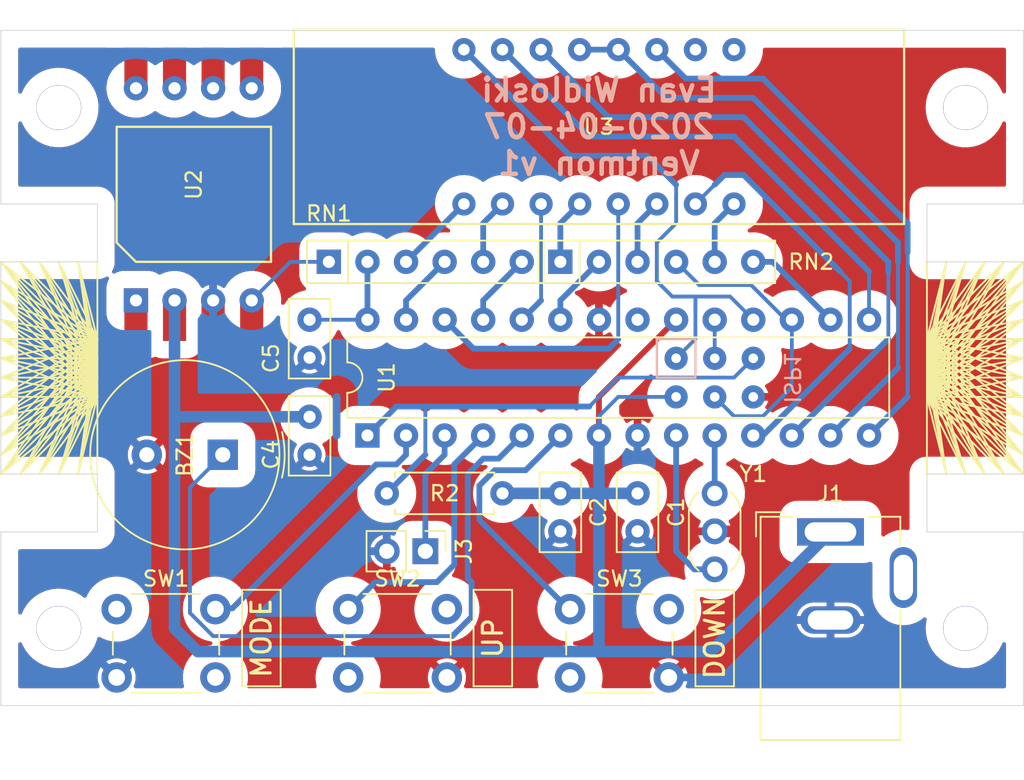
<source format=kicad_pcb>
(kicad_pcb (version 20200104) (host pcbnew "5.99.0-unknown-r17607-a0698723")
  (layers (0 "F.Cu" signal) (31 "B.Cu" signal) (34 "B.Paste" user) (35 "F.Paste" user) (36 "B.SilkS" user) (37 "F.SilkS" user) (38 "B.Mask" user) (39 "F.Mask" user) (44 "Edge.Cuts" user))
  (net 0 "")
  (net 1 "Net-(SW1-Pad1)")
  (net 2 "Net-(SW2-Pad1)")
  (net 3 "Net-(SW3-Pad1)")
  (net 4 "GND")
  (net 5 "+5V")
  (net 6 "/DIG4")
  (net 7 "/DIG3")
  (net 8 "/DIG:")
  (net 9 "Net-(RN1-Pad5)")
  (net 10 "/DIG2")
  (net 11 "Net-(RN1-Pad3)")
  (net 12 "/DIG1")
  (net 13 "Net-(RN1-Pad1)")
  (net 14 "Net-(U1-Pad10)")
  (net 15 "Net-(U1-Pad9)")
  (net 16 "/g")
  (net 17 "/a")
  (net 18 "/c")
  (net 19 "/f")
  (net 20 "/DP")
  (net 21 "/e")
  (net 22 "/d")
  (net 23 "/MISO")
  (net 24 "/PRES")
  (net 25 "Net-(J3-Pad1)")
  (net 26 "/RST")
  (net 27 "Net-(RN2-Pad5)")
  (net 28 "Net-(RN2-Pad1)")
  (net 29 "/SCK")
  (net 30 "Net-(BZ1-Pad1)")
  (net 31 "Net-(RN2-Pad3)")
  (module "common:SW_PUSH_6mm" (layer "F.Cu") (at 7.62 -6.35)
    (fp_text reference "SW1" (at 3.25 -2 180) (layer "F.SilkS"))
    (fp_text value "SW_Push")
    (pad "3" thru_hole circle (at 6.5 0 90) (size 2 2) (drill 1.1) (layers *.Cu *.Mask) (net 1 "Net-(SW1-Pad1)"))
    (pad "2" thru_hole circle (at 6.5 4.5 90) (size 2 2) (drill 1.1) (layers *.Cu *.Mask))
    (pad "1" thru_hole circle (at 0 0 90) (size 2 2) (drill 1.1) (layers *.Cu *.Mask))
    (pad "4" thru_hole circle (at 0 4.5 90) (size 2 2) (drill 1.1) (layers *.Cu *.Mask) (net 4 "GND"))
  )
  (module "common:SW_PUSH_6mm" (layer "F.Cu") (at 37.465 -6.35)
    (fp_text reference "SW3" (at 3.25 -2 180) (layer "F.SilkS"))
    (fp_text value "SW_Push")
    (pad "3" thru_hole circle (at 6.5 0 90) (size 2 2) (drill 1.1) (layers *.Cu *.Mask))
    (pad "2" thru_hole circle (at 6.5 4.5 90) (size 2 2) (drill 1.1) (layers *.Cu *.Mask) (net 4 "GND"))
    (pad "1" thru_hole circle (at 0 0 90) (size 2 2) (drill 1.1) (layers *.Cu *.Mask) (net 3 "Net-(SW3-Pad1)"))
    (pad "4" thru_hole circle (at 0 4.5 90) (size 2 2) (drill 1.1) (layers *.Cu *.Mask))
  )
  (module "common:SW_PUSH_6mm" (layer "F.Cu") (at 22.86 -6.35)
    (fp_text reference "SW2" (at 3.25 -2 180) (layer "F.SilkS"))
    (fp_text value "SW_Push")
    (pad "3" thru_hole circle (at 6.5 0 90) (size 2 2) (drill 1.1) (layers *.Cu *.Mask))
    (pad "2" thru_hole circle (at 6.5 4.5 90) (size 2 2) (drill 1.1) (layers *.Cu *.Mask) (net 4 "GND"))
    (pad "1" thru_hole circle (at 0 0 90) (size 2 2) (drill 1.1) (layers *.Cu *.Mask) (net 2 "Net-(SW2-Pad1)"))
    (pad "4" thru_hole circle (at 0 4.5 90) (size 2 2) (drill 1.1) (layers *.Cu *.Mask))
  )
  (module "Connector_BarrelJack:BarrelJack_Wuerth_6941xx301002" (layer "F.Cu") (at 54.61 -11.43)
    (fp_text reference "J1" (at 0 -2.5) (layer "F.SilkS"))
    (fp_text value "Barrel_Jack")
    (pad "1" thru_hole rect (at 0 0) (size 4.399999 1.8) (drill oval 3.400001 1.27) (layers *.Cu *.Mask) (net 5 "+5V"))
    (pad "2" thru_hole oval (at 0 5.8) (size 4 1.8) (drill oval 2.999999 1.27) (layers *.Cu *.Mask) (net 4 "GND"))
    (pad "3" thru_hole oval (at 4.8 3 90) (size 4 1.8) (drill oval 2.999999 1.27) (layers *.Cu *.Mask))
  )
  (module "Resistor_THT:R_Array_SIP6" (layer "F.Cu") (at 36.83 -29.21)
    (fp_text reference "RN2" (at 16.51 0) (layer "F.SilkS"))
    (fp_text value "680")
    (pad "6" thru_hole oval (at 12.7 0) (size 1.6 1.6) (drill 0.8) (layers *.Cu *.Mask) (net 6 "/DIG4"))
    (pad "5" thru_hole oval (at 10.16 0) (size 1.6 1.6) (drill 0.8) (layers *.Cu *.Mask) (net 27 "Net-(RN2-Pad5)"))
    (pad "4" thru_hole oval (at 7.62 0) (size 1.6 1.6) (drill 0.8) (layers *.Cu *.Mask) (net 7 "/DIG3"))
    (pad "3" thru_hole oval (at 5.08 0) (size 1.6 1.6) (drill 0.8) (layers *.Cu *.Mask) (net 31 "Net-(RN2-Pad3)"))
    (pad "2" thru_hole oval (at 2.54 0) (size 1.6 1.6) (drill 0.8) (layers *.Cu *.Mask) (net 8 "/DIG:"))
    (pad "1" thru_hole rect (at 0 0) (size 1.6 1.6) (drill 0.8) (layers *.Cu *.Mask) (net 28 "Net-(RN2-Pad1)"))
  )
  (module "Capacitor_THT:C_Disc_D5.0mm_W2.5mm_P2.50mm" (layer "F.Cu") (at 36.83 -13.97 -90)
    (fp_text reference "C2" (at 1.25 -2.5 90) (layer "F.SilkS"))
    (fp_text value "C")
    (pad "2" thru_hole circle (at 2.5 0 270) (size 1.6 1.6) (drill 0.8) (layers *.Cu *.Mask) (net 4 "GND"))
    (pad "1" thru_hole circle (at 0 0 270) (size 1.6 1.6) (drill 0.8) (layers *.Cu *.Mask) (net 5 "+5V"))
  )
  (module "Resistor_THT:R_Array_SIP6" (layer "F.Cu") (at 21.59 -29.21)
    (fp_text reference "RN1" (at 0 -3.175) (layer "F.SilkS"))
    (fp_text value "680")
    (pad "6" thru_hole oval (at 12.7 0) (size 1.6 1.6) (drill 0.8) (layers *.Cu *.Mask) (net 10 "/DIG2"))
    (pad "5" thru_hole oval (at 10.16 0) (size 1.6 1.6) (drill 0.8) (layers *.Cu *.Mask) (net 9 "Net-(RN1-Pad5)"))
    (pad "4" thru_hole oval (at 7.62 0) (size 1.6 1.6) (drill 0.8) (layers *.Cu *.Mask) (net 12 "/DIG1"))
    (pad "3" thru_hole oval (at 5.08 0) (size 1.6 1.6) (drill 0.8) (layers *.Cu *.Mask) (net 11 "Net-(RN1-Pad3)"))
    (pad "2" thru_hole oval (at 2.54 0) (size 1.6 1.6) (drill 0.8) (layers *.Cu *.Mask) (net 24 "/PRES"))
    (pad "1" thru_hole rect (at 0 0) (size 1.6 1.6) (drill 0.8) (layers *.Cu *.Mask) (net 13 "Net-(RN1-Pad1)"))
  )
  (module "Capacitor_THT:C_Disc_D5.0mm_W2.5mm_P2.50mm" (layer "F.Cu") (at 20.32 -25.4 -90)
    (fp_text reference "C5" (at 2.54 2.54 90) (layer "F.SilkS"))
    (fp_text value "C")
    (pad "2" thru_hole circle (at 2.5 0 270) (size 1.6 1.6) (drill 0.8) (layers *.Cu *.Mask) (net 4 "GND"))
    (pad "1" thru_hole circle (at 0 0 270) (size 1.6 1.6) (drill 0.8) (layers *.Cu *.Mask) (net 24 "/PRES"))
  )
  (module "Resistor_THT:R_Axial_DIN0207_L6.3mm_D2.5mm_P7.62mm_Horizontal" (layer "F.Cu") (at 33.02 -13.97 180)
    (fp_text reference "R2" (at 3.81 0) (layer "F.SilkS"))
    (fp_text value "10k" hide)
    (pad "2" thru_hole oval (at 7.62 0 180) (size 1.6 1.6) (drill 0.8) (layers *.Cu *.Mask) (net 26 "/RST"))
    (pad "1" thru_hole circle (at 0 0 180) (size 1.6 1.6) (drill 0.8) (layers *.Cu *.Mask) (net 5 "+5V"))
  )
  (module "common:DIPSOP-8_W550thou" (layer "F.Cu") (at 8.89 -26.67 90)
    (fp_text reference "U2" (at 7.62 3.81 90) (layer "F.SilkS"))
    (fp_text value "MPXV5010")
    (pad "8" smd rect (at 15.367 0 90) (size 2.54 1.524) (layers "F.Cu" "F.Paste" "F.Mask"))
    (pad "7" smd rect (at 15.367 2.54 90) (size 2.54 1.524) (layers "F.Cu" "F.Paste" "F.Mask"))
    (pad "6" smd rect (at 15.367 5.08 90) (size 2.54 1.524) (layers "F.Cu" "F.Paste" "F.Mask"))
    (pad "5" smd rect (at 15.367 7.62 90) (size 2.54 1.524) (layers "F.Cu" "F.Paste" "F.Mask"))
    (pad "4" smd rect (at -1.397 7.62 90) (size 2.54 1.524) (layers "F.Cu" "F.Paste" "F.Mask") (net 13 "Net-(RN1-Pad1)"))
    (pad "3" smd rect (at -1.397 5.08 90) (size 2.54 1.524) (layers "F.Cu" "F.Paste" "F.Mask") (net 4 "GND"))
    (pad "2" smd rect (at -1.397 2.54 90) (size 2.54 1.524) (layers "F.Cu" "F.Paste" "F.Mask") (net 5 "+5V"))
    (pad "1" smd rect (at -1.397 0 90) (size 2.54 1.524) (layers "F.Cu" "F.Paste" "F.Mask"))
    (pad "1" thru_hole rect (at 0 0 90) (size 1.6 1.6) (drill 0.8) (layers *.Cu *.Mask))
    (pad "5" thru_hole oval (at 13.97 7.62 90) (size 1.6 1.6) (drill 0.8) (layers *.Cu *.Mask))
    (pad "2" thru_hole oval (at 0 2.54 90) (size 1.6 1.6) (drill 0.8) (layers *.Cu *.Mask) (net 5 "+5V"))
    (pad "6" thru_hole oval (at 13.97 5.08 90) (size 1.6 1.6) (drill 0.8) (layers *.Cu *.Mask))
    (pad "3" thru_hole oval (at 0 5.08 90) (size 1.6 1.6) (drill 0.8) (layers *.Cu *.Mask) (net 4 "GND"))
    (pad "7" thru_hole oval (at 13.97 2.54 90) (size 1.6 1.6) (drill 0.8) (layers *.Cu *.Mask))
    (pad "4" thru_hole oval (at 0 7.62 90) (size 1.6 1.6) (drill 0.8) (layers *.Cu *.Mask) (net 13 "Net-(RN1-Pad1)"))
    (pad "8" thru_hole oval (at 13.97 0 90) (size 1.6 1.6) (drill 0.8) (layers *.Cu *.Mask))
  )
  (module "common:ISP_POGO" (layer "B.Cu") (at 44.45 -22.86 -90)
    (fp_text reference "ISP1" (at 1.27 -7.62 -90 unlocked) (layer "B.SilkS") (effects (justify mirror)))
    (fp_text value "AVR-ISP-6")
    (pad "6" thru_hole circle (at 2.54 -5.08 270) (size 1.524 1.524) (drill 0.635) (layers *.Cu *.Mask) (net 4 "GND"))
    (pad "5" thru_hole circle (at 0 -5.08 270) (size 1.524 1.524) (drill 0.635) (layers *.Cu *.Mask) (net 26 "/RST"))
    (pad "4" thru_hole circle (at 2.54 -2.54 270) (size 1.524 1.524) (drill 0.635) (layers *.Cu *.Mask) (net 7 "/DIG3"))
    (pad "3" thru_hole circle (at 0 -2.54 270) (size 1.524 1.524) (drill 0.635) (layers *.Cu *.Mask) (net 29 "/SCK"))
    (pad "2" thru_hole circle (at 2.54 0 270) (size 1.524 1.524) (drill 0.635) (layers *.Cu *.Mask) (net 5 "+5V"))
    (pad "1" thru_hole circle (at 0 0 270) (size 1.524 1.524) (drill 0.635) (layers *.Cu *.Mask) (net 23 "/MISO"))
  )
  (module "Package_DIP:DIP-28_W7.62mm" (layer "F.Cu") (at 24.13 -17.78 90)
    (fp_text reference "U1" (at 3.81 1.27 90) (layer "F.SilkS"))
    (fp_text value "ATmega328P-PU")
    (pad "28" thru_hole oval (at 7.62 0 90) (size 1.6 1.6) (drill 0.8) (layers *.Cu *.Mask) (net 24 "/PRES"))
    (pad "14" thru_hole oval (at 0 33.02 90) (size 1.6 1.6) (drill 0.8) (layers *.Cu *.Mask) (net 19 "/f"))
    (pad "27" thru_hole oval (at 7.62 2.54 90) (size 1.6 1.6) (drill 0.8) (layers *.Cu *.Mask) (net 12 "/DIG1"))
    (pad "13" thru_hole oval (at 0 30.48 90) (size 1.6 1.6) (drill 0.8) (layers *.Cu *.Mask) (net 18 "/c"))
    (pad "26" thru_hole oval (at 7.62 5.08 90) (size 1.6 1.6) (drill 0.8) (layers *.Cu *.Mask) (net 21 "/e"))
    (pad "12" thru_hole oval (at 0 27.94 90) (size 1.6 1.6) (drill 0.8) (layers *.Cu *.Mask) (net 17 "/a"))
    (pad "25" thru_hole oval (at 7.62 7.62 90) (size 1.6 1.6) (drill 0.8) (layers *.Cu *.Mask) (net 10 "/DIG2"))
    (pad "11" thru_hole oval (at 0 25.4 90) (size 1.6 1.6) (drill 0.8) (layers *.Cu *.Mask) (net 20 "/DP"))
    (pad "24" thru_hole oval (at 7.62 10.16 90) (size 1.6 1.6) (drill 0.8) (layers *.Cu *.Mask) (net 22 "/d"))
    (pad "10" thru_hole oval (at 0 22.86 90) (size 1.6 1.6) (drill 0.8) (layers *.Cu *.Mask) (net 14 "Net-(U1-Pad10)"))
    (pad "23" thru_hole oval (at 7.62 12.7 90) (size 1.6 1.6) (drill 0.8) (layers *.Cu *.Mask) (net 8 "/DIG:"))
    (pad "9" thru_hole oval (at 0 20.32 90) (size 1.6 1.6) (drill 0.8) (layers *.Cu *.Mask) (net 15 "Net-(U1-Pad9)"))
    (pad "22" thru_hole oval (at 7.62 15.24 90) (size 1.6 1.6) (drill 0.8) (layers *.Cu *.Mask) (net 4 "GND"))
    (pad "8" thru_hole oval (at 0 17.78 90) (size 1.6 1.6) (drill 0.8) (layers *.Cu *.Mask) (net 4 "GND"))
    (pad "21" thru_hole oval (at 7.62 17.78 90) (size 1.6 1.6) (drill 0.8) (layers *.Cu *.Mask))
    (pad "7" thru_hole oval (at 0 15.24 90) (size 1.6 1.6) (drill 0.8) (layers *.Cu *.Mask) (net 5 "+5V"))
    (pad "20" thru_hole oval (at 7.62 20.32 90) (size 1.6 1.6) (drill 0.8) (layers *.Cu *.Mask) (net 5 "+5V"))
    (pad "6" thru_hole oval (at 0 12.7 90) (size 1.6 1.6) (drill 0.8) (layers *.Cu *.Mask) (net 3 "Net-(SW3-Pad1)"))
    (pad "19" thru_hole oval (at 7.62 22.86 90) (size 1.6 1.6) (drill 0.8) (layers *.Cu *.Mask) (net 29 "/SCK"))
    (pad "5" thru_hole oval (at 0 10.16 90) (size 1.6 1.6) (drill 0.8) (layers *.Cu *.Mask) (net 30 "Net-(BZ1-Pad1)"))
    (pad "18" thru_hole oval (at 7.62 25.4 90) (size 1.6 1.6) (drill 0.8) (layers *.Cu *.Mask) (net 23 "/MISO"))
    (pad "4" thru_hole oval (at 0 7.62 90) (size 1.6 1.6) (drill 0.8) (layers *.Cu *.Mask) (net 2 "Net-(SW2-Pad1)"))
    (pad "17" thru_hole oval (at 7.62 27.94 90) (size 1.6 1.6) (drill 0.8) (layers *.Cu *.Mask) (net 7 "/DIG3"))
    (pad "3" thru_hole oval (at 0 5.08 90) (size 1.6 1.6) (drill 0.8) (layers *.Cu *.Mask) (net 25 "Net-(J3-Pad1)"))
    (pad "16" thru_hole oval (at 7.62 30.48 90) (size 1.6 1.6) (drill 0.8) (layers *.Cu *.Mask) (net 6 "/DIG4"))
    (pad "2" thru_hole oval (at 0 2.54 90) (size 1.6 1.6) (drill 0.8) (layers *.Cu *.Mask) (net 1 "Net-(SW1-Pad1)"))
    (pad "15" thru_hole oval (at 7.62 33.02 90) (size 1.6 1.6) (drill 0.8) (layers *.Cu *.Mask) (net 16 "/g"))
    (pad "1" thru_hole rect (at 0 0 90) (size 1.6 1.6) (drill 0.8) (layers *.Cu *.Mask) (net 26 "/RST"))
  )
  (module "Connector_PinHeader_2.54mm:PinHeader_1x02_P2.54mm_Vertical" (layer "F.Cu") (at 27.94 -10.16 -90)
    (fp_text reference "J3" (at 0 -2.54 90) (layer "F.SilkS"))
    (fp_text value "CONSOLE")
    (pad "2" thru_hole oval (at 0 2.54 270) (size 1.7 1.7) (drill 1) (layers *.Cu *.Mask) (net 4 "GND"))
    (pad "1" thru_hole rect (at 0 0 270) (size 1.7 1.7) (drill 1) (layers *.Cu *.Mask) (net 25 "Net-(J3-Pad1)"))
  )
  (module "Buzzer_Beeper:Buzzer_TDK_PS1240P02BT_D12.2mm_H6.5mm" (layer "F.Cu") (at 14.605 -16.51 180)
    (fp_text reference "BZ1" (at 2.5 0 90) (layer "F.SilkS"))
    (fp_text value "Piezo")
    (pad "2" thru_hole circle (at 5 0 180) (size 2 2) (drill 1) (layers *.Cu *.Mask) (net 4 "GND"))
    (pad "1" thru_hole rect (at 0 0 180) (size 2 2) (drill 1) (layers *.Cu *.Mask) (net 30 "Net-(BZ1-Pad1)"))
  )
  (module "Capacitor_THT:C_Disc_D5.0mm_W2.5mm_P2.50mm" (layer "F.Cu") (at 20.32 -19.01 -90)
    (fp_text reference "C4" (at 2.5 2.54 90) (layer "F.SilkS"))
    (fp_text value "C")
    (pad "2" thru_hole circle (at 2.5 0 270) (size 1.6 1.6) (drill 0.8) (layers *.Cu *.Mask) (net 4 "GND"))
    (pad "1" thru_hole circle (at 0 0 270) (size 1.6 1.6) (drill 0.8) (layers *.Cu *.Mask) (net 5 "+5V"))
  )
  (module "common:LTC-4627" (layer "F.Cu") (at 39.37 -38.1)
    (fp_text reference "U3" (at 0 0 unlocked) (layer "F.SilkS"))
    (fp_text value "LTC-4627")
    (pad "16" thru_hole circle (at -8.89 -5.08) (size 1.524 1.524) (drill 0.762) (layers *.Cu *.Mask) (net 23 "/MISO"))
    (pad "15" thru_hole circle (at -6.35 -5.08) (size 1.524 1.524) (drill 0.762) (layers *.Cu *.Mask) (net 16 "/g"))
    (pad "14" thru_hole circle (at -3.81 -5.08) (size 1.524 1.524) (drill 0.762) (layers *.Cu *.Mask) (net 17 "/a"))
    (pad "13" thru_hole circle (at -1.27 -5.08) (size 1.524 1.524) (drill 0.762) (layers *.Cu *.Mask) (net 18 "/c"))
    (pad "12" thru_hole circle (at 1.27 -5.08) (size 1.524 1.524) (drill 0.762) (layers *.Cu *.Mask) (net 18 "/c"))
    (pad "11" thru_hole circle (at 3.81 -5.08) (size 1.524 1.524) (drill 0.762) (layers *.Cu *.Mask) (net 19 "/f"))
    (pad "10" thru_hole circle (at 6.35 -5.08) (size 1.524 1.524) (drill 0.762) (layers *.Cu *.Mask))
    (pad "9" thru_hole circle (at 8.89 -5.08) (size 1.524 1.524) (drill 0.762) (layers *.Cu *.Mask))
    (pad "8" thru_hole circle (at 8.89 5.08) (size 1.524 1.524) (drill 0.762) (layers *.Cu *.Mask) (net 27 "Net-(RN2-Pad5)"))
    (pad "7" thru_hole circle (at 6.35 5.08) (size 1.524 1.524) (drill 0.762) (layers *.Cu *.Mask) (net 20 "/DP"))
    (pad "6" thru_hole circle (at 3.81 5.08) (size 1.524 1.524) (drill 0.762) (layers *.Cu *.Mask) (net 31 "Net-(RN2-Pad3)"))
    (pad "5" thru_hole circle (at 1.27 5.08) (size 1.524 1.524) (drill 0.762) (layers *.Cu *.Mask) (net 21 "/e"))
    (pad "4" thru_hole circle (at -1.27 5.08) (size 1.524 1.524) (drill 0.762) (layers *.Cu *.Mask) (net 28 "Net-(RN2-Pad1)"))
    (pad "3" thru_hole circle (at -3.81 5.08) (size 1.524 1.524) (drill 0.762) (layers *.Cu *.Mask) (net 22 "/d"))
    (pad "2" thru_hole circle (at -6.35 5.08) (size 1.524 1.524) (drill 0.762) (layers *.Cu *.Mask) (net 9 "Net-(RN1-Pad5)"))
    (pad "1" thru_hole circle (at -8.89 5.08) (size 1.524 1.524) (drill 0.762) (layers *.Cu *.Mask) (net 11 "Net-(RN1-Pad3)"))
  )
  (module "Capacitor_THT:C_Disc_D5.0mm_W2.5mm_P2.50mm" (layer "F.Cu") (at 41.91 -13.97 -90)
    (fp_text reference "C1" (at 1.25 -2.54 90) (layer "F.SilkS"))
    (fp_text value "C")
    (pad "2" thru_hole circle (at 2.5 0 270) (size 1.6 1.6) (drill 0.8) (layers *.Cu *.Mask) (net 4 "GND"))
    (pad "1" thru_hole circle (at 0 0 270) (size 1.6 1.6) (drill 0.8) (layers *.Cu *.Mask) (net 5 "+5V"))
  )
  (module "Crystal:Resonator_muRata_CSTLSxxxX-3Pin_W5.5mm_H3.0mm" (layer "F.Cu") (at 46.99 -13.97 -90)
    (fp_text reference "Y1" (at -1.27 -2.54) (layer "F.SilkS"))
    (fp_text value "Resonator_Small" hide)
    (pad "3" thru_hole circle (at 5 0 270) (size 1.7 1.7) (drill 1) (layers *.Cu *.Mask) (net 15 "Net-(U1-Pad9)"))
    (pad "2" thru_hole circle (at 2.5 0 270) (size 1.7 1.7) (drill 1) (layers *.Cu *.Mask) (net 4 "GND"))
    (pad "1" thru_hole circle (at 0 0 270) (size 1.7 1.7) (drill 1) (layers *.Cu *.Mask) (net 14 "Net-(U1-Pad10)"))
  )
  (gr_line (start 6.35 -15.24) (end 6.35 -11.43) (layer "Edge.Cuts") (width 0.05))
  (gr_line (start 0 -11.43) (end 6.35 -11.43) (layer "Edge.Cuts") (width 0.05))
  (gr_line (start 0 -33.02) (end 6.35 -33.02) (layer "Edge.Cuts") (width 0.05))
  (gr_line (start 6.35 -33.02) (end 6.35 -29.21) (layer "Edge.Cuts") (width 0.05))
  (gr_line (start 60.96 -33.02) (end 60.96 -29.21) (layer "Edge.Cuts") (width 0.05))
  (gr_line (start 60.96 -33.02) (end 67.31 -33.02) (layer "Edge.Cuts") (width 0.05))
  (gr_line (start 60.96 -15.24) (end 60.96 -11.43) (layer "Edge.Cuts") (width 0.05))
  (gr_line (start 67.31 -11.43) (end 60.96 -11.43) (layer "Edge.Cuts") (width 0.05))
  (gr_line (start 67.31 -29.21) (end 60.96 -20.32) (layer "F.SilkS") (width 0.12))
  (gr_line (start 66.04 -29.21) (end 60.96 -20.32) (layer "F.SilkS") (width 0.12))
  (gr_line (start 64.77 -29.21) (end 60.96 -20.32) (layer "F.SilkS") (width 0.12))
  (gr_line (start 6.35 -20.32) (end 5.08 -29.21) (layer "F.SilkS") (width 0.12))
  (gr_line (start 6.35 -21.59) (end 5.08 -29.21) (layer "F.SilkS") (width 0.12))
  (gr_line (start 6.35 -24.13) (end 5.08 -29.21) (layer "F.SilkS") (width 0.12))
  (gr_line (start 6.35 -22.86) (end 5.08 -29.21) (layer "F.SilkS") (width 0.12))
  (gr_line (start 6.35 -24.13) (end 5.08 -15.24) (layer "F.SilkS") (width 0.12))
  (gr_line (start 5.08 -15.24) (end 6.35 -22.86) (layer "F.SilkS") (width 0.12))
  (gr_line (start 6.35 -21.59) (end 5.08 -15.24) (layer "F.SilkS") (width 0.12))
  (gr_line (start 5.08 -15.24) (end 6.35 -20.32) (layer "F.SilkS") (width 0.12))
  (gr_line (start 6.35 -24.13) (end 2.54 -15.24) (layer "F.SilkS") (width 0.12))
  (gr_line (start 6.35 -24.13) (end 1.27 -15.24) (layer "F.SilkS") (width 0.12))
  (gr_line (start 6.35 -24.13) (end 0 -15.24) (layer "F.SilkS") (width 0.12))
  (gr_line (start 60.96 -24.13) (end 62.23 -15.24) (layer "F.SilkS") (width 0.12))
  (gr_line (start 62.23 -15.24) (end 60.96 -22.86) (layer "F.SilkS") (width 0.12))
  (gr_line (start 60.96 -21.59) (end 62.23 -15.24) (layer "F.SilkS") (width 0.12))
  (gr_line (start 62.23 -15.24) (end 60.96 -20.32) (layer "F.SilkS") (width 0.12))
  (gr_line (start 62.23 -29.21) (end 60.96 -20.32) (layer "F.SilkS") (width 0.12))
  (gr_line (start 60.96 -21.59) (end 62.23 -29.21) (layer "F.SilkS") (width 0.12))
  (gr_line (start 62.23 -29.21) (end 60.96 -22.86) (layer "F.SilkS") (width 0.12))
  (gr_line (start 60.96 -24.13) (end 62.23 -29.21) (layer "F.SilkS") (width 0.12))
  (gr_line (start 60.96 -20.32) (end 67.31 -25.4) (layer "F.SilkS") (width 0.12))
  (gr_line (start 60.96 -22.86) (end 64.77 -15.24) (layer "F.SilkS") (width 0.12))
  (gr_line (start 60.96 -22.86) (end 67.31 -17.78) (layer "F.SilkS") (width 0.12))
  (gr_line (start 60.96 -24.13) (end 63.5 -15.24) (layer "F.SilkS") (width 0.12))
  (gr_line (start 60.96 -24.13) (end 67.31 -25.4) (layer "F.SilkS") (width 0.12))
  (gr_line (start 60.96 -22.86) (end 66.04 -15.24) (layer "F.SilkS") (width 0.12))
  (gr_line (start 60.96 -21.59) (end 66.04 -15.24) (layer "F.SilkS") (width 0.12))
  (gr_line (start 60.96 -24.13) (end 66.04 -15.24) (layer "F.SilkS") (width 0.12))
  (gr_line (start 60.96 -20.32) (end 66.04 -15.24) (layer "F.SilkS") (width 0.12))
  (gr_line (start 60.96 -22.86) (end 64.77 -29.21) (layer "F.SilkS") (width 0.12))
  (gr_line (start 60.96 -24.13) (end 66.04 -29.21) (layer "F.SilkS") (width 0.12))
  (gr_line (start 60.96 -22.86) (end 67.31 -25.4) (layer "F.SilkS") (width 0.12))
  (gr_line (start 60.96 -24.13) (end 67.31 -20.32) (layer "F.SilkS") (width 0.12))
  (gr_line (start 60.96 -20.32) (end 67.31 -16.51) (layer "F.SilkS") (width 0.12))
  (gr_line (start 60.96 -21.59) (end 63.5 -15.24) (layer "F.SilkS") (width 0.12))
  (gr_line (start 60.96 -21.59) (end 67.31 -27.94) (layer "F.SilkS") (width 0.12))
  (gr_line (start 60.96 -22.86) (end 63.5 -29.21) (layer "F.SilkS") (width 0.12))
  (gr_line (start 60.96 -21.59) (end 67.31 -20.32) (layer "F.SilkS") (width 0.12))
  (gr_line (start 60.96 -20.32) (end 64.77 -15.24) (layer "F.SilkS") (width 0.12))
  (gr_line (start 60.96 -21.59) (end 67.31 -22.86) (layer "F.SilkS") (width 0.12))
  (gr_line (start 67.31 -15.24) (end 60.96 -24.13) (layer "F.SilkS") (width 0.12))
  (gr_line (start 60.96 -24.13) (end 67.31 -27.94) (layer "F.SilkS") (width 0.12))
  (gr_line (start 60.96 -21.59) (end 66.04 -29.21) (layer "F.SilkS") (width 0.12))
  (gr_line (start 60.96 -21.59) (end 67.31 -19.05) (layer "F.SilkS") (width 0.12))
  (gr_line (start 60.96 -22.86) (end 63.5 -15.24) (layer "F.SilkS") (width 0.12))
  (gr_line (start 60.96 -21.59) (end 64.77 -15.24) (layer "F.SilkS") (width 0.12))
  (gr_line (start 64.77 -15.24) (end 60.96 -24.13) (layer "F.SilkS") (width 0.12))
  (gr_line (start 60.96 -20.32) (end 67.31 -17.78) (layer "F.SilkS") (width 0.12))
  (gr_line (start 60.96 -21.59) (end 67.31 -16.51) (layer "F.SilkS") (width 0.12))
  (gr_line (start 60.96 -21.59) (end 67.31 -24.13) (layer "F.SilkS") (width 0.12))
  (gr_line (start 60.96 -24.13) (end 67.31 -21.59) (layer "F.SilkS") (width 0.12))
  (gr_line (start 60.96 -21.59) (end 67.31 -17.78) (layer "F.SilkS") (width 0.12))
  (gr_line (start 60.96 -20.32) (end 67.31 -20.32) (layer "F.SilkS") (width 0.12))
  (gr_line (start 60.96 -22.86) (end 67.31 -29.21) (layer "F.SilkS") (width 0.12))
  (gr_line (start 60.96 -20.32) (end 67.31 -26.67) (layer "F.SilkS") (width 0.12))
  (gr_line (start 60.96 -24.13) (end 63.5 -29.21) (layer "F.SilkS") (width 0.12))
  (gr_line (start 60.96 -21.59) (end 67.31 -29.21) (layer "F.SilkS") (width 0.12))
  (gr_line (start 60.96 -22.86) (end 67.31 -20.32) (layer "F.SilkS") (width 0.12))
  (gr_line (start 60.96 -22.86) (end 67.31 -19.05) (layer "F.SilkS") (width 0.12))
  (gr_line (start 60.96 -20.32) (end 67.31 -21.59) (layer "F.SilkS") (width 0.12))
  (gr_line (start 60.96 -21.59) (end 67.31 -21.59) (layer "F.SilkS") (width 0.12))
  (gr_line (start 60.96 -24.13) (end 64.77 -29.21) (layer "F.SilkS") (width 0.12))
  (gr_line (start 60.96 -20.32) (end 67.31 -15.24) (layer "F.SilkS") (width 0.12))
  (gr_line (start 60.96 -20.32) (end 67.31 -27.94) (layer "F.SilkS") (width 0.12))
  (gr_line (start 60.96 -22.86) (end 67.31 -24.13) (layer "F.SilkS") (width 0.12))
  (gr_line (start 60.96 -22.86) (end 67.31 -15.24) (layer "F.SilkS") (width 0.12))
  (gr_line (start 60.96 -21.59) (end 64.77 -29.21) (layer "F.SilkS") (width 0.12))
  (gr_line (start 60.96 -24.13) (end 67.31 -19.05) (layer "F.SilkS") (width 0.12))
  (gr_line (start 60.96 -24.13) (end 67.31 -24.13) (layer "F.SilkS") (width 0.12))
  (gr_line (start 60.96 -24.13) (end 67.31 -22.86) (layer "F.SilkS") (width 0.12))
  (gr_line (start 60.96 -20.32) (end 67.31 -24.13) (layer "F.SilkS") (width 0.12))
  (gr_line (start 60.96 -21.59) (end 63.5 -29.21) (layer "F.SilkS") (width 0.12))
  (gr_line (start 60.96 -20.32) (end 63.5 -29.21) (layer "F.SilkS") (width 0.12))
  (gr_line (start 60.96 -22.86) (end 67.31 -27.94) (layer "F.SilkS") (width 0.12))
  (gr_line (start 60.96 -21.59) (end 67.31 -15.24) (layer "F.SilkS") (width 0.12))
  (gr_line (start 60.96 -22.86) (end 67.31 -26.67) (layer "F.SilkS") (width 0.12))
  (gr_line (start 60.96 -22.86) (end 66.04 -29.21) (layer "F.SilkS") (width 0.12))
  (gr_line (start 67.31 -17.78) (end 60.96 -24.13) (layer "F.SilkS") (width 0.12))
  (gr_line (start 60.96 -24.13) (end 67.31 -26.67) (layer "F.SilkS") (width 0.12))
  (gr_line (start 60.96 -22.86) (end 67.31 -16.51) (layer "F.SilkS") (width 0.12))
  (gr_line (start 60.96 -22.86) (end 67.31 -22.86) (layer "F.SilkS") (width 0.12))
  (gr_line (start 60.96 -20.32) (end 67.31 -22.86) (layer "F.SilkS") (width 0.12))
  (gr_line (start 60.96 -21.59) (end 67.31 -26.67) (layer "F.SilkS") (width 0.12))
  (gr_line (start 60.96 -20.32) (end 63.5 -15.24) (layer "F.SilkS") (width 0.12))
  (gr_line (start 60.96 -24.13) (end 67.31 -16.51) (layer "F.SilkS") (width 0.12))
  (gr_line (start 60.96 -24.13) (end 67.31 -29.21) (layer "F.SilkS") (width 0.12))
  (gr_line (start 60.96 -20.32) (end 67.31 -19.05) (layer "F.SilkS") (width 0.12))
  (gr_line (start 60.96 -22.86) (end 67.31 -21.59) (layer "F.SilkS") (width 0.12))
  (gr_line (start 60.96 -21.59) (end 67.31 -25.4) (layer "F.SilkS") (width 0.12))
  (gr_line (start 6.35 -24.13) (end 0 -19.05) (layer "F.SilkS") (width 0.12))
  (gr_line (start 6.35 -21.59) (end 2.54 -29.21) (layer "F.SilkS") (width 0.12))
  (gr_line (start 6.35 -21.59) (end 0 -26.67) (layer "F.SilkS") (width 0.12))
  (gr_line (start 6.35 -20.32) (end 3.81 -29.21) (layer "F.SilkS") (width 0.12))
  (gr_line (start 6.35 -20.32) (end 0 -19.05) (layer "F.SilkS") (width 0.12))
  (gr_line (start 6.35 -21.59) (end 1.27 -29.21) (layer "F.SilkS") (width 0.12))
  (gr_line (start 6.35 -22.86) (end 1.27 -29.21) (layer "F.SilkS") (width 0.12))
  (gr_line (start 6.35 -20.32) (end 1.27 -29.21) (layer "F.SilkS") (width 0.12))
  (gr_line (start 6.35 -24.13) (end 1.27 -29.21) (layer "F.SilkS") (width 0.12))
  (gr_line (start 6.35 -21.59) (end 2.54 -15.24) (layer "F.SilkS") (width 0.12))
  (gr_line (start 6.35 -20.32) (end 1.27 -15.24) (layer "F.SilkS") (width 0.12))
  (gr_line (start 6.35 -21.59) (end 0 -19.05) (layer "F.SilkS") (width 0.12))
  (gr_line (start 6.35 -20.32) (end 0 -24.13) (layer "F.SilkS") (width 0.12))
  (gr_line (start 6.35 -24.13) (end 0 -27.94) (layer "F.SilkS") (width 0.12))
  (gr_line (start 6.35 -22.86) (end 3.81 -29.21) (layer "F.SilkS") (width 0.12))
  (gr_line (start 6.35 -22.86) (end 0 -16.51) (layer "F.SilkS") (width 0.12))
  (gr_line (start 6.35 -21.59) (end 3.81 -15.24) (layer "F.SilkS") (width 0.12))
  (gr_line (start 6.35 -22.86) (end 0 -24.13) (layer "F.SilkS") (width 0.12))
  (gr_line (start 6.35 -24.13) (end 2.54 -29.21) (layer "F.SilkS") (width 0.12))
  (gr_line (start 6.35 -22.86) (end 0 -21.59) (layer "F.SilkS") (width 0.12))
  (gr_line (start 0 -29.21) (end 6.35 -20.32) (layer "F.SilkS") (width 0.12))
  (gr_line (start 6.35 -20.32) (end 0 -16.51) (layer "F.SilkS") (width 0.12))
  (gr_line (start 6.35 -22.86) (end 1.27 -15.24) (layer "F.SilkS") (width 0.12))
  (gr_line (start 6.35 -22.86) (end 0 -25.4) (layer "F.SilkS") (width 0.12))
  (gr_line (start 6.35 -21.59) (end 3.81 -29.21) (layer "F.SilkS") (width 0.12))
  (gr_line (start 6.35 -22.86) (end 2.54 -29.21) (layer "F.SilkS") (width 0.12))
  (gr_line (start 2.54 -29.21) (end 6.35 -20.32) (layer "F.SilkS") (width 0.12))
  (gr_line (start 6.35 -24.13) (end 0 -26.67) (layer "F.SilkS") (width 0.12))
  (gr_line (start 6.35 -22.86) (end 0 -27.94) (layer "F.SilkS") (width 0.12))
  (gr_line (start 6.35 -22.86) (end 0 -20.32) (layer "F.SilkS") (width 0.12))
  (gr_line (start 6.35 -20.32) (end 0 -22.86) (layer "F.SilkS") (width 0.12))
  (gr_line (start 6.35 -22.86) (end 0 -26.67) (layer "F.SilkS") (width 0.12))
  (gr_line (start 6.35 -24.13) (end 0 -24.13) (layer "F.SilkS") (width 0.12))
  (gr_line (start 6.35 -21.59) (end 0 -15.24) (layer "F.SilkS") (width 0.12))
  (gr_line (start 6.35 -24.13) (end 0 -17.78) (layer "F.SilkS") (width 0.12))
  (gr_line (start 6.35 -20.32) (end 3.81 -15.24) (layer "F.SilkS") (width 0.12))
  (gr_line (start 6.35 -22.86) (end 0 -15.24) (layer "F.SilkS") (width 0.12))
  (gr_line (start 6.35 -21.59) (end 0 -24.13) (layer "F.SilkS") (width 0.12))
  (gr_line (start 6.35 -21.59) (end 0 -25.4) (layer "F.SilkS") (width 0.12))
  (gr_line (start 6.35 -24.13) (end 0 -22.86) (layer "F.SilkS") (width 0.12))
  (gr_line (start 6.35 -22.86) (end 0 -22.86) (layer "F.SilkS") (width 0.12))
  (gr_line (start 6.35 -20.32) (end 2.54 -15.24) (layer "F.SilkS") (width 0.12))
  (gr_line (start 6.35 -24.13) (end 0 -29.21) (layer "F.SilkS") (width 0.12))
  (gr_line (start 6.35 -24.13) (end 0 -16.51) (layer "F.SilkS") (width 0.12))
  (gr_line (start 6.35 -21.59) (end 0 -20.32) (layer "F.SilkS") (width 0.12))
  (gr_line (start 6.35 -21.59) (end 0 -29.21) (layer "F.SilkS") (width 0.12))
  (gr_line (start 6.35 -22.86) (end 2.54 -15.24) (layer "F.SilkS") (width 0.12))
  (gr_line (start 6.35 -20.32) (end 0 -25.4) (layer "F.SilkS") (width 0.12))
  (gr_line (start 6.35 -20.32) (end 0 -20.32) (layer "F.SilkS") (width 0.12))
  (gr_line (start 6.35 -20.32) (end 0 -21.59) (layer "F.SilkS") (width 0.12))
  (gr_line (start 6.35 -24.13) (end 0 -20.32) (layer "F.SilkS") (width 0.12))
  (gr_line (start 6.35 -22.86) (end 3.81 -15.24) (layer "F.SilkS") (width 0.12))
  (gr_line (start 6.35 -24.13) (end 3.81 -15.24) (layer "F.SilkS") (width 0.12))
  (gr_line (start 6.35 -21.59) (end 0 -16.51) (layer "F.SilkS") (width 0.12))
  (gr_line (start 6.35 -22.86) (end 0 -29.21) (layer "F.SilkS") (width 0.12))
  (gr_line (start 6.35 -21.59) (end 0 -17.78) (layer "F.SilkS") (width 0.12))
  (gr_line (start 6.35 -21.59) (end 1.27 -15.24) (layer "F.SilkS") (width 0.12))
  (gr_line (start 0 -26.67) (end 6.35 -20.32) (layer "F.SilkS") (width 0.12))
  (gr_line (start 6.35 -20.32) (end 0 -17.78) (layer "F.SilkS") (width 0.12))
  (gr_line (start 6.35 -21.59) (end 0 -27.94) (layer "F.SilkS") (width 0.12))
  (gr_line (start 6.35 -21.59) (end 0 -21.59) (layer "F.SilkS") (width 0.12))
  (gr_line (start 6.35 -24.13) (end 0 -21.59) (layer "F.SilkS") (width 0.12))
  (gr_line (start 6.35 -22.86) (end 0 -17.78) (layer "F.SilkS") (width 0.12))
  (gr_line (start 6.35 -24.13) (end 3.81 -29.21) (layer "F.SilkS") (width 0.12))
  (gr_line (start 6.35 -20.32) (end 0 -27.94) (layer "F.SilkS") (width 0.12))
  (gr_line (start 6.35 -20.32) (end 0 -15.24) (layer "F.SilkS") (width 0.12))
  (gr_line (start 6.35 -24.13) (end 0 -25.4) (layer "F.SilkS") (width 0.12))
  (gr_line (start 6.35 -21.59) (end 0 -22.86) (layer "F.SilkS") (width 0.12))
  (gr_line (start 6.35 -22.86) (end 0 -19.05) (layer "F.SilkS") (width 0.12))
  (gr_line (start 6.35 -29.21) (end 6.35 -15.24) (layer "F.SilkS") (width 0.12))
  (gr_line (start 60.96 -29.21) (end 60.96 -15.24) (layer "F.SilkS") (width 0.12))
  (gr_line (start 67.31 -29.21) (end 67.31 -15.24) (layer "Edge.Cuts") (width 0.05))
  (gr_text "Evan Widloski\n2020-04-07\nVentmon v1" (at 39.37 -38.1) (layer "B.SilkS") (effects (font (size 1.5 1.5) (thickness 0.3)) (justify mirror)))
  (gr_line (start 0 -15.24) (end 0 -29.21) (layer "Edge.Cuts") (width 0.05))
  (gr_line (start 6.35 -15.24) (end 0 -15.24) (layer "Edge.Cuts") (width 0.05))
  (gr_line (start 0 -29.21) (end 6.35 -29.21) (layer "Edge.Cuts") (width 0.05))
  (gr_line (start 0 -33.02) (end 0 -44.45) (layer "Edge.Cuts") (width 0.05))
  (gr_line (start 0 0) (end 0 -11.43) (layer "Edge.Cuts") (width 0.05))
  (gr_line (start 67.31 -15.24) (end 60.96 -15.24) (layer "Edge.Cuts") (width 0.05))
  (gr_line (start 60.96 -29.21) (end 67.31 -29.21) (layer "Edge.Cuts") (width 0.05))
  (gr_line (start 67.31 -11.43) (end 67.31 0) (layer "Edge.Cuts") (width 0.05))
  (gr_line (start 33.655 -7.62) (end 33.655 -1.27) (layer "F.SilkS") (width 0.12))
  (gr_line (start 31.115 -7.62) (end 33.655 -7.62) (layer "F.SilkS") (width 0.12))
  (gr_line (start 31.115 -1.27) (end 31.115 -7.62) (layer "F.SilkS") (width 0.12))
  (gr_line (start 33.655 -1.27) (end 31.115 -1.27) (layer "F.SilkS") (width 0.12))
  (gr_line (start 48.26 -1.27) (end 45.72 -1.27) (layer "F.SilkS") (width 0.12))
  (gr_line (start 48.26 -7.62) (end 48.26 -1.27) (layer "F.SilkS") (width 0.12))
  (gr_line (start 45.72 -7.62) (end 48.26 -7.62) (layer "F.SilkS") (width 0.12))
  (gr_line (start 45.72 -1.27) (end 45.72 -7.62) (layer "F.SilkS") (width 0.12))
  (gr_line (start 18.415 -1.27) (end 15.875 -1.27) (layer "F.SilkS") (width 0.12))
  (gr_line (start 18.415 -7.62) (end 18.415 -1.27) (layer "F.SilkS") (width 0.12))
  (gr_line (start 15.875 -7.62) (end 18.415 -7.62) (layer "F.SilkS") (width 0.12))
  (gr_line (start 15.875 -1.27) (end 15.875 -7.62) (layer "F.SilkS") (width 0.12))
  (gr_text "DOWN\n" (at 46.99 -4.445 90) (layer "F.SilkS") (effects (font (size 1.27 1.27) (thickness 0.2032))))
  (gr_text "UP" (at 32.385 -4.445 90) (layer "F.SilkS") (effects (font (size 1.27 1.27) (thickness 0.2032))))
  (gr_text "MODE" (at 17.145 -4.445 90) (layer "F.SilkS") (effects (font (size 1.27 1.27) (thickness 0.2032))))
  (gr_line (start 67.31 0) (end 0 0) (layer "Edge.Cuts") (width 0.05))
  (gr_line (start 67.31 -44.45) (end 67.31 -33.02) (layer "Edge.Cuts") (width 0.05))
  (gr_line (start 0 -44.45) (end 67.31 -44.45) (layer "Edge.Cuts") (width 0.05))
  (segment (start 48.895 -34.925) (end 47.625 -34.925) (width 0.381) (layer "B.Cu") (net 20))
  (segment (start 55.245 -28.575) (end 48.895 -34.925) (width 0.381) (layer "B.Cu") (net 20))
  (segment (start 47.625 -34.925) (end 46.99 -34.29) (width 0.381) (layer "B.Cu") (net 20))
  (segment (start 55.88 -27.94) (end 55.88 -23.495) (width 0.254) (layer "B.Cu") (net 20))
  (segment (start 55.245 -28.575) (end 55.88 -27.94) (width 0.254) (layer "B.Cu") (net 20))
  (segment (start 57.15 -17.78) (end 59.69 -20.32) (width 0.381) (layer "B.Cu") (net 19))
  (segment (start 59.69 -20.32) (end 59.69 -29.845) (width 0.25) (layer "B.Cu") (net 19))
  (segment (start 27.94 -19.685) (end 26.035 -19.685) (width 0.381) (layer "B.Cu") (net 26))
  (segment (start 38.735 -19.685) (end 27.94 -19.685) (width 0.381) (layer "B.Cu") (net 26))
  (segment (start 36.83 -13.97) (end 39.37 -13.97) (width 0.762) (layer "B.Cu") (net 5))
  (segment (start 44.45 -25.4) (end 39.37 -20.32) (width 0.381) (layer "F.Cu") (net 5))
  (segment (start 39.37 -20.32) (end 39.37 -17.78) (width 0.381) (layer "F.Cu") (net 5))
  (via (at 63.5 -39.37) (size 2.9464) (drill 2.921) (layers "F.Cu" "B.Cu") (net 0))
  (segment (start 54.61 -25.4) (end 50.8 -29.21) (width 0.381) (layer "B.Cu") (net 6))
  (segment (start 50.8 -29.21) (end 49.53 -29.21) (width 0.381) (layer "B.Cu") (net 6))
  (segment (start 46.99 -29.21) (end 46.99 -31.75) (width 0.381) (layer "B.Cu") (net 27))
  (segment (start 46.99 -31.75) (end 48.26 -33.02) (width 0.381) (layer "B.Cu") (net 27))
  (segment (start 41.91 -29.21) (end 41.91 -31.75) (width 0.381) (layer "B.Cu") (net 31))
  (segment (start 41.91 -31.75) (end 43.18 -33.02) (width 0.381) (layer "B.Cu") (net 31))
  (segment (start 40.64 -43.18) (end 38.1 -43.18) (width 0.381) (layer "B.Cu") (net 18))
  (segment (start 46.99 -22.86) (end 46.99 -25.4) (width 0.25) (layer "B.Cu") (net 29))
  (segment (start 39.37 -19.05) (end 40.64 -20.32) (width 0.25) (layer "B.Cu") (net 5))
  (segment (start 40.64 -20.32) (end 44.45 -20.32) (width 0.25) (layer "B.Cu") (net 5))
  (segment (start 39.37 -17.78) (end 39.37 -19.05) (width 0.25) (layer "B.Cu") (net 5))
  (segment (start 41.91 -13.97) (end 39.37 -13.97) (width 0.762) (layer "B.Cu") (net 5))
  (segment (start 39.37 -17.78) (end 39.37 -13.97) (width 0.762) (layer "B.Cu") (net 5))
  (segment (start 54.61 -17.78) (end 59.055 -22.225) (width 0.381) (layer "B.Cu") (net 18))
  (segment (start 59.055 -22.225) (end 59.055 -29.21) (width 0.25) (layer "B.Cu") (net 18))
  (segment (start 52.07 -17.78) (end 58.42 -24.13) (width 0.381) (layer "B.Cu") (net 17))
  (segment (start 58.42 -24.13) (end 58.42 -28.575) (width 0.25) (layer "B.Cu") (net 17))
  (segment (start 57.15 -25.4) (end 57.15 -28.575) (width 0.25) (layer "B.Cu") (net 16))
  (segment (start 16.51 -26.67) (end 19.05 -29.21) (width 0.254) (layer "B.Cu") (net 13))
  (segment (start 19.05 -29.21) (end 21.59 -29.21) (width 0.254) (layer "B.Cu") (net 13))
  (segment (start 24.13 -29.21) (end 24.13 -25.4) (width 0.381) (layer "B.Cu") (net 24))
  (segment (start 24.13 -25.4) (end 20.32 -25.4) (width 0.254) (layer "B.Cu") (net 24))
  (segment (start 26.67 -29.21) (end 30.48 -33.02) (width 0.381) (layer "B.Cu") (net 11))
  (segment (start 31.75 -31.75) (end 33.02 -33.02) (width 0.381) (layer "B.Cu") (net 9))
  (segment (start 31.75 -29.21) (end 31.75 -31.75) (width 0.381) (layer "B.Cu") (net 9))
  (segment (start 36.83 -31.75) (end 38.1 -33.02) (width 0.381) (layer "B.Cu") (net 28))
  (segment (start 36.83 -29.21) (end 36.83 -31.75) (width 0.381) (layer "B.Cu") (net 28))
  (segment (start 26.67 -26.67) (end 29.21 -29.21) (width 0.381) (layer "B.Cu") (net 12))
  (segment (start 26.67 -25.4) (end 26.67 -26.67) (width 0.381) (layer "B.Cu") (net 12))
  (segment (start 46.99 -13.97) (end 46.99 -17.78) (width 0.381) (layer "B.Cu") (net 14))
  (segment (start 46.99 -8.97) (end 45.64 -8.97) (width 0.381) (layer "B.Cu") (net 15))
  (segment (start 44.45 -10.16) (end 44.45 -17.78) (width 0.381) (layer "B.Cu") (net 15))
  (segment (start 45.64 -8.97) (end 44.45 -10.16) (width 0.381) (layer "B.Cu") (net 15))
  (segment (start 40.64 -28.575) (end 40.64 -33.02) (width 0.254) (layer "B.Cu") (net 21))
  (segment (start 29.21 -25.4) (end 31.115 -23.495) (width 0.381) (layer "B.Cu") (net 21))
  (segment (start 31.115 -23.495) (end 40.005 -23.495) (width 0.381) (layer "B.Cu") (net 21))
  (segment (start 40.005 -23.495) (end 40.64 -24.13) (width 0.381) (layer "B.Cu") (net 21))
  (segment (start 40.64 -24.13) (end 40.64 -28.575) (width 0.254) (layer "B.Cu") (net 21))
  (segment (start 31.75 -26.67) (end 34.29 -29.21) (width 0.381) (layer "B.Cu") (net 10))
  (segment (start 31.75 -25.4) (end 31.75 -26.67) (width 0.381) (layer "B.Cu") (net 10))
  (segment (start 36.83 -26.67) (end 39.37 -29.21) (width 0.381) (layer "B.Cu") (net 8))
  (segment (start 36.83 -25.4) (end 36.83 -26.67) (width 0.381) (layer "B.Cu") (net 8))
  (segment (start 35.56 -26.67) (end 35.56 -33.02) (width 0.254) (layer "B.Cu") (net 22))
  (segment (start 34.29 -25.4) (end 35.56 -26.67) (width 0.381) (layer "B.Cu") (net 22))
  (segment (start 52.07 -20.955) (end 52.07 -25.4) (width 0.25) (layer "B.Cu") (net 7))
  (segment (start 50.165 -19.05) (end 52.07 -20.955) (width 0.25) (layer "B.Cu") (net 7))
  (segment (start 46.99 -20.32) (end 48.26 -19.05) (width 0.25) (layer "B.Cu") (net 7))
  (segment (start 48.26 -19.05) (end 50.165 -19.05) (width 0.25) (layer "B.Cu") (net 7))
  (segment (start 46.99 -34.29) (end 45.72 -33.02) (width 0.254) (layer "B.Cu") (net 20))
  (segment (start 50.165 -17.78) (end 55.88 -23.495) (width 0.381) (layer "B.Cu") (net 20))
  (segment (start 49.53 -17.78) (end 50.165 -17.78) (width 0.254) (layer "B.Cu") (net 20))
  (segment (start 24.765 -18.415) (end 24.13 -17.78) (width 0.25) (layer "B.Cu") (net 26))
  (segment (start 48.26 -21.59) (end 40.64 -21.59) (width 0.25) (layer "B.Cu") (net 26))
  (segment (start 49.53 -22.86) (end 48.26 -21.59) (width 0.25) (layer "B.Cu") (net 26))
  (segment (start 40.64 -21.59) (end 38.735 -19.685) (width 0.25) (layer "B.Cu") (net 26))
  (segment (start 26.035 -19.685) (end 24.765 -18.415) (width 0.381) (layer "B.Cu") (net 26))
  (segment (start 48.006 -26.924) (end 49.53 -25.4) (width 0.25) (layer "B.Cu") (net 23))
  (segment (start 44.45 -22.86) (end 45.72 -24.13) (width 0.25) (layer "B.Cu") (net 23))
  (segment (start 45.72 -24.13) (end 45.72 -26.162) (width 0.25) (layer "B.Cu") (net 23))
  (segment (start 51.672038 -25.4) (end 49.386038 -27.686) (width 0.254) (layer "B.Cu") (net 7))
  (segment (start 52.07 -25.4) (end 51.672038 -25.4) (width 0.254) (layer "B.Cu") (net 7))
  (segment (start 45.974 -27.686) (end 44.45 -29.21) (width 0.254) (layer "B.Cu") (net 7))
  (segment (start 49.386038 -27.686) (end 45.974 -27.686) (width 0.254) (layer "B.Cu") (net 7))
  (segment (start 44.196 -26.924) (end 43.18 -27.94) (width 0.254) (layer "B.Cu") (net 23))
  (segment (start 43.18 -27.94) (end 43.18 -30.48) (width 0.254) (layer "B.Cu") (net 23))
  (segment (start 43.18 -30.48) (end 44.45 -31.75) (width 0.254) (layer "B.Cu") (net 23))
  (segment (start 44.45 -31.75) (end 44.45 -33.361722) (width 0.254) (layer "B.Cu") (net 23))
  (segment (start 44.45 -33.361722) (end 44.45 -34.29) (width 0.254) (layer "B.Cu") (net 23))
  (segment (start 37.465 -36.195) (end 30.48 -43.18) (width 0.381) (layer "B.Cu") (net 23))
  (segment (start 44.45 -34.29) (end 42.545 -36.195) (width 0.381) (layer "B.Cu") (net 23))
  (segment (start 42.545 -36.195) (end 37.465 -36.195) (width 0.381) (layer "B.Cu") (net 23))
  (segment (start 45.72 -26.162) (end 45.72 -26.67) (width 0.254) (layer "B.Cu") (net 23))
  (segment (start 45.72 -26.67) (end 45.72 -26.924) (width 0.254) (layer "B.Cu") (net 23))
  (segment (start 48.006 -26.924) (end 45.72 -26.924) (width 0.254) (layer "B.Cu") (net 23))
  (segment (start 45.72 -26.924) (end 44.196 -26.924) (width 0.254) (layer "B.Cu") (net 23))
  (via (at 63.5 -5.08) (size 2.9464) (drill 2.921) (layers "F.Cu" "B.Cu") (net 0))
  (via (at 3.81 -5.08) (size 2.9464) (drill 2.921) (layers "F.Cu" "B.Cu") (net 0))
  (via (at 3.81 -39.37) (size 2.9464) (drill 2.921) (layers "F.Cu" "B.Cu") (net 0))
  (segment (start 39.37 -13.97) (end 39.37 -7.62) (width 0.762) (layer "B.Cu") (net 5))
  (segment (start 33.02 -13.97) (end 36.83 -13.97) (width 0.762) (layer "B.Cu") (net 5))
  (segment (start 15.24 -6.405) (end 24.71 -15.875) (width 0.381) (layer "B.Cu") (net 1))
  (segment (start 24.71 -15.875) (end 26.035 -15.875) (width 0.381) (layer "B.Cu") (net 1))
  (segment (start 26.67 -16.51) (end 26.67 -17.78) (width 0.381) (layer "B.Cu") (net 1))
  (segment (start 26.035 -15.875) (end 26.67 -16.51) (width 0.381) (layer "B.Cu") (net 1))
  (segment (start 25.4 -13.97) (end 27.94 -16.51) (width 0.381) (layer "B.Cu") (net 26))
  (segment (start 27.94 -16.51) (end 27.94 -19.685) (width 0.254) (layer "B.Cu") (net 26))
  (segment (start 29.845 -15.875) (end 31.75 -17.78) (width 0.381) (layer "B.Cu") (net 2))
  (segment (start 29.21 -16.51) (end 29.21 -17.78) (width 0.381) (layer "B.Cu") (net 25))
  (segment (start 27.94 -10.16) (end 27.94 -15.24) (width 0.381) (layer "B.Cu") (net 25))
  (segment (start 27.94 -15.24) (end 29.21 -16.51) (width 0.381) (layer "B.Cu") (net 25))
  (segment (start 46.736 -3.556) (end 54.61 -11.43) (width 0.762) (layer "B.Cu") (net 5))
  (segment (start 39.37 -7.62) (end 39.37 -3.556) (width 0.762) (layer "B.Cu") (net 5))
  (segment (start 39.37 -3.556) (end 46.736 -3.556) (width 0.762) (layer "B.Cu") (net 5))
  (segment (start 31.496 -12.224) (end 37.315 -6.405) (width 0.381) (layer "B.Cu") (net 3))
  (segment (start 31.496 -14.478) (end 31.496 -12.224) (width 0.381) (layer "B.Cu") (net 3))
  (segment (start 32.512 -15.494) (end 31.496 -14.478) (width 0.381) (layer "B.Cu") (net 3))
  (segment (start 36.83 -17.78) (end 34.544 -15.494) (width 0.381) (layer "B.Cu") (net 3))
  (segment (start 34.544 -15.494) (end 32.512 -15.494) (width 0.381) (layer "B.Cu") (net 3))
  (segment (start 34.29 -17.78) (end 32.766 -16.256) (width 0.381) (layer "B.Cu") (net 30))
  (segment (start 32.766 -16.256) (end 31.75 -16.256) (width 0.381) (layer "B.Cu") (net 30))
  (segment (start 31.75 -16.256) (end 30.734 -15.24) (width 0.381) (layer "B.Cu") (net 30))
  (segment (start 30.734 -15.24) (end 30.734 -8.382) (width 0.381) (layer "B.Cu") (net 30))
  (segment (start 30.734 -8.382) (end 30.988 -8.128) (width 0.381) (layer "B.Cu") (net 30))
  (segment (start 30.988 -5.842) (end 29.718 -4.572) (width 0.381) (layer "B.Cu") (net 30))
  (segment (start 30.988 -8.128) (end 30.988 -5.842) (width 0.381) (layer "B.Cu") (net 30))
  (segment (start 11.47 -19.01) (end 11.43 -19.05) (width 0.762) (layer "B.Cu") (net 5))
  (segment (start 20.32 -19.01) (end 11.47 -19.01) (width 0.762) (layer "B.Cu") (net 5))
  (segment (start 11.43 -26.67) (end 11.43 -19.05) (width 0.762) (layer "B.Cu") (net 5))
  (segment (start 46.99 -11.47) (end 48.728 -11.47) (width 0.762) (layer "F.Cu") (net 4))
  (segment (start 11.43 -19.05) (end 11.43 -5.08) (width 0.762) (layer "B.Cu") (net 5))
  (segment (start 12.954 -3.556) (end 39.37 -3.556) (width 0.762) (layer "B.Cu") (net 5))
  (segment (start 11.43 -5.08) (end 12.954 -3.556) (width 0.762) (layer "B.Cu") (net 5))
  (segment (start 13.97 -4.572) (end 14.478 -4.572) (width 0.254) (layer "B.Cu") (net 30))
  (segment (start 14.224 -4.572) (end 14.478 -4.572) (width 0.254) (layer "B.Cu") (net 30))
  (segment (start 14.605 -16.51) (end 12.446 -14.351) (width 0.254) (layer "B.Cu") (net 30))
  (segment (start 12.446 -6.096) (end 13.97 -4.572) (width 0.254) (layer "B.Cu") (net 30))
  (segment (start 14.478 -4.572) (end 29.718 -4.572) (width 0.254) (layer "B.Cu") (net 30))
  (segment (start 12.446 -14.351) (end 12.446 -6.096) (width 0.254) (layer "B.Cu") (net 30))
  (segment (start 29.845 -15.875) (end 29.845 -9.271) (width 0.381) (layer "B.Cu") (net 2))
  (segment (start 29.845 -9.271) (end 28.702 -8.128) (width 0.381) (layer "B.Cu") (net 2))
  (segment (start 24.638 -8.128) (end 22.86 -6.35) (width 0.381) (layer "B.Cu") (net 2))
  (segment (start 28.702 -8.128) (end 24.638 -8.128) (width 0.381) (layer "B.Cu") (net 2))
  (segment (start 14.175 -6.405) (end 14.12 -6.35) (width 0.381) (layer "B.Cu") (net 1))
  (segment (start 15.24 -6.405) (end 14.175 -6.405) (width 0.381) (layer "B.Cu") (net 1))
  (segment (start 46.99 -11.47) (end 45.76 -11.47) (width 0.508) (layer "F.Cu") (net 4))
  (segment (start 49.53 -20.32) (end 50.8 -20.32) (width 0.508) (layer "F.Cu") (net 4))
  (segment (start 22.098 -17.78) (end 22.098 -20.32) (width 0.508) (layer "B.Cu") (net 0))
  (segment (start 48.26 -37.465) (end 38.735 -37.465) (width 0.381) (layer "B.Cu") (net 16))
  (segment (start 57.15 -28.575) (end 48.26 -37.465) (width 0.381) (layer "B.Cu") (net 16))
  (segment (start 38.735 -37.465) (end 33.02 -43.18) (width 0.381) (layer "B.Cu") (net 16))
  (segment (start 58.42 -29.21) (end 48.895 -38.735) (width 0.381) (layer "B.Cu") (net 17))
  (segment (start 58.42 -28.575) (end 58.42 -29.21) (width 0.381) (layer "B.Cu") (net 17))
  (segment (start 40.005 -38.735) (end 35.56 -43.18) (width 0.381) (layer "B.Cu") (net 17))
  (segment (start 48.895 -38.735) (end 40.005 -38.735) (width 0.381) (layer "B.Cu") (net 17))
  (segment (start 59.055 -30.48) (end 49.53 -40.005) (width 0.381) (layer "B.Cu") (net 18))
  (segment (start 59.055 -29.21) (end 59.055 -30.48) (width 0.381) (layer "B.Cu") (net 18))
  (segment (start 43.815 -40.005) (end 40.64 -43.18) (width 0.381) (layer "B.Cu") (net 18))
  (segment (start 49.53 -40.005) (end 43.815 -40.005) (width 0.381) (layer "B.Cu") (net 18))
  (segment (start 59.69 -31.75) (end 50.165 -41.275) (width 0.381) (layer "B.Cu") (net 19))
  (segment (start 50.165 -41.275) (end 45.085 -41.275) (width 0.381) (layer "B.Cu") (net 19))
  (segment (start 59.69 -29.845) (end 59.69 -31.75) (width 0.381) (layer "B.Cu") (net 19))
  (segment (start 45.085 -41.275) (end 43.18 -43.18) (width 0.381) (layer "B.Cu") (net 19))
  (segment (start 43.965 -1.85) (end 47.57 -1.85) (width 0.508) (layer "B.Cu") (net 4))
  (zone (net 4) (net_name "GND") (layer "F.Cu") (connect_pads (clearance 1.143)) (min_thickness 0.254) (fill (thermal_gap 0.254) (thermal_bridge_width 0.508))
    (polygon (pts (xy 67.31 0) (xy 0 0) (xy 0 -44.45) (xy 67.31 -44.45)))
  )
  (zone (net 4) (net_name "GND") (layer "B.Cu") (connect_pads (clearance 1.143)) (min_thickness 0.254) (fill (thermal_gap 0.254) (thermal_bridge_width 0.508))
    (polygon (pts (xy 67.31 0) (xy 0 0) (xy 0 -44.45) (xy 67.31 -44.45)))
  )
)
</source>
